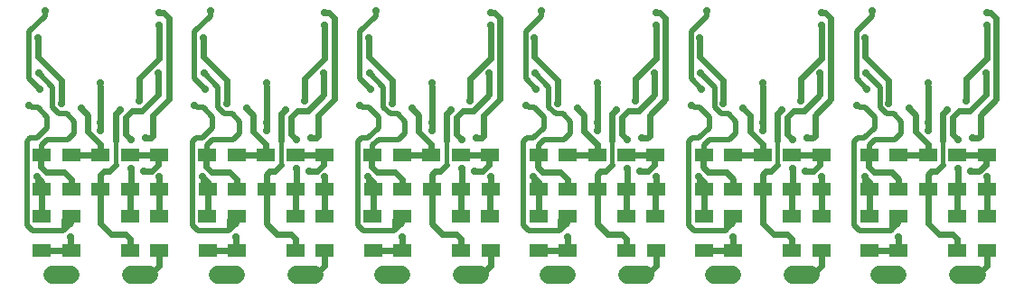
<source format=gbr>
%FSLAX34Y34*%
%MOMM*%
%LNCOPPER_BOTTOM*%
G71*
G01*
%ADD10C, 0.700*%
%ADD11C, 0.600*%
%ADD12C, 1.700*%
%ADD13R, 1.800X1.300*%
%ADD14C, 0.500*%
%ADD15C, 0.400*%
%LPD*%
X84000Y-116000D02*
G54D10*
D03*
X139000Y-50000D02*
G54D10*
D03*
X139000Y-62000D02*
G54D10*
D03*
X138000Y-107000D02*
G54D10*
D03*
X102000Y-141000D02*
G54D10*
D03*
X66000Y-140000D02*
G54D10*
D03*
X26000Y-107000D02*
G54D10*
D03*
X25000Y-74000D02*
G54D10*
D03*
X32000Y-48000D02*
G54D10*
D03*
G54D11*
X84000Y-119000D02*
X84000Y-153000D01*
G54D12*
X112500Y-296500D02*
X129500Y-296500D01*
G54D12*
X38500Y-296500D02*
X55500Y-296500D01*
X28900Y-183600D02*
G54D13*
D03*
X29000Y-216100D02*
G54D13*
D03*
X56400Y-183600D02*
G54D13*
D03*
X56500Y-216100D02*
G54D13*
D03*
X83900Y-183600D02*
G54D13*
D03*
X84000Y-216100D02*
G54D13*
D03*
X111400Y-183600D02*
G54D13*
D03*
X111500Y-216100D02*
G54D13*
D03*
X138900Y-183600D02*
G54D13*
D03*
X139000Y-216100D02*
G54D13*
D03*
X28900Y-241100D02*
G54D13*
D03*
X29000Y-273600D02*
G54D13*
D03*
X56400Y-241100D02*
G54D13*
D03*
X56500Y-273600D02*
G54D13*
D03*
X111400Y-241100D02*
G54D13*
D03*
X111500Y-273600D02*
G54D13*
D03*
X138900Y-241100D02*
G54D13*
D03*
X139000Y-273600D02*
G54D13*
D03*
G54D11*
X139000Y-288000D02*
X139000Y-273600D01*
G54D11*
X138900Y-241100D02*
X138900Y-216200D01*
X139000Y-216100D01*
G54D11*
X138900Y-183600D02*
X111400Y-183600D01*
G54D11*
X111500Y-216100D02*
X111500Y-241000D01*
X111400Y-241100D01*
G54D11*
X111500Y-273600D02*
X111500Y-262500D01*
X107000Y-258000D01*
X94000Y-258000D01*
X84000Y-248000D01*
X84000Y-216100D01*
G54D11*
X83900Y-183600D02*
X56400Y-183600D01*
G54D11*
X56500Y-216100D02*
X56500Y-206500D01*
X50000Y-200000D01*
X33000Y-200000D01*
X28000Y-195000D01*
X28000Y-184500D01*
X28900Y-183600D01*
G54D11*
X29000Y-216100D02*
X29000Y-241000D01*
X28900Y-241100D01*
G54D11*
X29000Y-273600D02*
X56500Y-273600D01*
G54D11*
X139000Y-50000D02*
X143000Y-50000D01*
X148000Y-55000D01*
X148000Y-131000D01*
X133000Y-146000D01*
X133000Y-166000D01*
X131000Y-168000D01*
X126000Y-168000D01*
X126000Y-168000D02*
G54D10*
D03*
X139000Y-204000D02*
G54D10*
D03*
G54D11*
X139000Y-204000D02*
X139000Y-216100D01*
G54D11*
X102000Y-141000D02*
X98000Y-145000D01*
X98000Y-170000D01*
X112000Y-196000D02*
G54D10*
D03*
G54D11*
X112000Y-216000D02*
X112000Y-196000D01*
X112000Y-169000D02*
G54D10*
D03*
X120000Y-133000D02*
G54D10*
D03*
X124000Y-199000D02*
G54D10*
D03*
G54D11*
X124000Y-199000D02*
X132000Y-199000D01*
X138000Y-193000D01*
X138000Y-184500D01*
X138900Y-183600D01*
G54D14*
X56400Y-241100D02*
X56400Y-247600D01*
X49000Y-255000D01*
X20000Y-255000D01*
X15000Y-250000D01*
X15000Y-171000D01*
X18000Y-168000D01*
G54D14*
X18000Y-168000D02*
X24000Y-168000D01*
X34000Y-158000D01*
X34000Y-148000D01*
X25000Y-139000D01*
X20000Y-139000D01*
X17000Y-137000D01*
G54D14*
X28900Y-183600D02*
X28900Y-174100D01*
X34000Y-169000D01*
X53000Y-169000D01*
X59000Y-163000D01*
X59000Y-152000D01*
X52000Y-145000D01*
X45000Y-145000D01*
X39000Y-139000D01*
X39000Y-120000D01*
X26000Y-107000D01*
X24500Y-204000D02*
G54D10*
D03*
G54D11*
X24000Y-204000D02*
X29000Y-209000D01*
X29000Y-216100D01*
X47000Y-135000D02*
G54D10*
D03*
X17000Y-137000D02*
G54D10*
D03*
G54D11*
X47000Y-135000D02*
X47000Y-113000D01*
X25000Y-91000D01*
X25000Y-74000D01*
G54D14*
X32000Y-48000D02*
X32000Y-53000D01*
X17000Y-68000D01*
X17000Y-112000D01*
X27000Y-122000D01*
X56000Y-261000D02*
G54D10*
D03*
G54D11*
X56000Y-261000D02*
X56000Y-273100D01*
X56500Y-273600D01*
X27000Y-122000D02*
G54D10*
D03*
X84000Y-153000D02*
G54D10*
D03*
X84000Y-161000D02*
G54D10*
D03*
G54D11*
X84000Y-153000D02*
X84000Y-161000D01*
G54D11*
X83900Y-183600D02*
X83900Y-173900D01*
X72000Y-162000D01*
X72000Y-146000D01*
X66000Y-140000D01*
G54D11*
X138000Y-107000D02*
X138000Y-127000D01*
X123000Y-142000D01*
X113000Y-142000D01*
X107000Y-148000D01*
X107000Y-164000D01*
X112000Y-169000D01*
G54D11*
X84000Y-216100D02*
X84000Y-202000D01*
X87000Y-199000D01*
X92000Y-199000D01*
X98000Y-193000D01*
G54D15*
X98000Y-193000D02*
X98000Y-170000D01*
G54D15*
X24000Y-204000D02*
X24000Y-210000D01*
X26000Y-212000D01*
G54D14*
X50000Y-245000D02*
X50000Y-254000D01*
X49000Y-255000D01*
G54D14*
X53000Y-244000D02*
X53000Y-248000D01*
G54D11*
X121000Y-296500D02*
X130500Y-296500D01*
X139000Y-288000D01*
G54D11*
X139000Y-62000D02*
X139000Y-93000D01*
X120000Y-112000D01*
X120000Y-133000D01*
X239000Y-116000D02*
G54D10*
D03*
X294000Y-50000D02*
G54D10*
D03*
X294000Y-62000D02*
G54D10*
D03*
X293000Y-107000D02*
G54D10*
D03*
X257000Y-141000D02*
G54D10*
D03*
X221000Y-140000D02*
G54D10*
D03*
X181000Y-107000D02*
G54D10*
D03*
X180000Y-74000D02*
G54D10*
D03*
X187000Y-48000D02*
G54D10*
D03*
G54D11*
X239000Y-119000D02*
X239000Y-153000D01*
G54D12*
X267500Y-296500D02*
X284500Y-296500D01*
G54D12*
X193500Y-296500D02*
X210500Y-296500D01*
X183900Y-183600D02*
G54D13*
D03*
X184000Y-216100D02*
G54D13*
D03*
X211400Y-183600D02*
G54D13*
D03*
X211500Y-216100D02*
G54D13*
D03*
X238900Y-183600D02*
G54D13*
D03*
X239000Y-216100D02*
G54D13*
D03*
X266400Y-183600D02*
G54D13*
D03*
X266500Y-216100D02*
G54D13*
D03*
X293900Y-183600D02*
G54D13*
D03*
X294000Y-216100D02*
G54D13*
D03*
X183900Y-241100D02*
G54D13*
D03*
X184000Y-273600D02*
G54D13*
D03*
X211400Y-241100D02*
G54D13*
D03*
X211500Y-273600D02*
G54D13*
D03*
X266400Y-241100D02*
G54D13*
D03*
X266500Y-273600D02*
G54D13*
D03*
X293900Y-241100D02*
G54D13*
D03*
X294000Y-273600D02*
G54D13*
D03*
G54D11*
X294000Y-288000D02*
X294000Y-273600D01*
G54D11*
X293900Y-241100D02*
X293900Y-216200D01*
X294000Y-216100D01*
G54D11*
X293900Y-183600D02*
X266400Y-183600D01*
G54D11*
X266500Y-216100D02*
X266500Y-241000D01*
X266400Y-241100D01*
G54D11*
X266500Y-273600D02*
X266500Y-262500D01*
X262000Y-258000D01*
X249000Y-258000D01*
X239000Y-248000D01*
X239000Y-216100D01*
G54D11*
X238900Y-183600D02*
X211400Y-183600D01*
G54D11*
X211500Y-216100D02*
X211500Y-206500D01*
X205000Y-200000D01*
X188000Y-200000D01*
X183000Y-195000D01*
X183000Y-184500D01*
X183900Y-183600D01*
G54D11*
X184000Y-216100D02*
X184000Y-241000D01*
X183900Y-241100D01*
G54D11*
X184000Y-273600D02*
X211500Y-273600D01*
G54D11*
X294000Y-50000D02*
X298000Y-50000D01*
X303000Y-55000D01*
X303000Y-131000D01*
X288000Y-146000D01*
X288000Y-166000D01*
X286000Y-168000D01*
X281000Y-168000D01*
X281000Y-168000D02*
G54D10*
D03*
X294000Y-204000D02*
G54D10*
D03*
G54D11*
X294000Y-204000D02*
X294000Y-216100D01*
G54D11*
X257000Y-141000D02*
X253000Y-145000D01*
X253000Y-170000D01*
X267000Y-196000D02*
G54D10*
D03*
G54D11*
X267000Y-216000D02*
X267000Y-196000D01*
X267000Y-169000D02*
G54D10*
D03*
X275000Y-133000D02*
G54D10*
D03*
X279000Y-199000D02*
G54D10*
D03*
G54D11*
X279000Y-199000D02*
X287000Y-199000D01*
X293000Y-193000D01*
X293000Y-184500D01*
X293900Y-183600D01*
G54D14*
X211400Y-241100D02*
X211400Y-247600D01*
X204000Y-255000D01*
X175000Y-255000D01*
X170000Y-250000D01*
X170000Y-171000D01*
X173000Y-168000D01*
G54D14*
X173000Y-168000D02*
X179000Y-168000D01*
X189000Y-158000D01*
X189000Y-148000D01*
X180000Y-139000D01*
X175000Y-139000D01*
X172000Y-137000D01*
G54D14*
X183900Y-183600D02*
X183900Y-174100D01*
X189000Y-169000D01*
X208000Y-169000D01*
X214000Y-163000D01*
X214000Y-152000D01*
X207000Y-145000D01*
X200000Y-145000D01*
X194000Y-139000D01*
X194000Y-120000D01*
X181000Y-107000D01*
X179500Y-204000D02*
G54D10*
D03*
G54D11*
X179000Y-204000D02*
X184000Y-209000D01*
X184000Y-216100D01*
X202000Y-135000D02*
G54D10*
D03*
X172000Y-137000D02*
G54D10*
D03*
G54D11*
X202000Y-135000D02*
X202000Y-113000D01*
X180000Y-91000D01*
X180000Y-74000D01*
G54D14*
X187000Y-48000D02*
X187000Y-53000D01*
X172000Y-68000D01*
X172000Y-112000D01*
X182000Y-122000D01*
X211000Y-261000D02*
G54D10*
D03*
G54D11*
X211000Y-261000D02*
X211000Y-273100D01*
X211500Y-273600D01*
X182000Y-122000D02*
G54D10*
D03*
X239000Y-153000D02*
G54D10*
D03*
X239000Y-161000D02*
G54D10*
D03*
G54D11*
X239000Y-153000D02*
X239000Y-161000D01*
G54D11*
X238900Y-183600D02*
X238900Y-173900D01*
X227000Y-162000D01*
X227000Y-146000D01*
X221000Y-140000D01*
G54D11*
X293000Y-107000D02*
X293000Y-127000D01*
X278000Y-142000D01*
X268000Y-142000D01*
X262000Y-148000D01*
X262000Y-164000D01*
X267000Y-169000D01*
G54D11*
X239000Y-216100D02*
X239000Y-202000D01*
X242000Y-199000D01*
X247000Y-199000D01*
X253000Y-193000D01*
G54D15*
X253000Y-193000D02*
X253000Y-170000D01*
G54D15*
X179000Y-204000D02*
X179000Y-210000D01*
X181000Y-212000D01*
G54D14*
X205000Y-245000D02*
X205000Y-254000D01*
X204000Y-255000D01*
G54D14*
X208000Y-244000D02*
X208000Y-248000D01*
G54D11*
X276000Y-296500D02*
X285500Y-296500D01*
X294000Y-288000D01*
G54D11*
X294000Y-62000D02*
X294000Y-93000D01*
X275000Y-112000D01*
X275000Y-133000D01*
X394000Y-116000D02*
G54D10*
D03*
X449000Y-50000D02*
G54D10*
D03*
X449000Y-62000D02*
G54D10*
D03*
X448000Y-107000D02*
G54D10*
D03*
X412000Y-141000D02*
G54D10*
D03*
X376000Y-140000D02*
G54D10*
D03*
X336000Y-107000D02*
G54D10*
D03*
X335000Y-74000D02*
G54D10*
D03*
X342000Y-48000D02*
G54D10*
D03*
G54D11*
X394000Y-119000D02*
X394000Y-153000D01*
G54D12*
X422500Y-296500D02*
X439500Y-296500D01*
G54D12*
X348500Y-296500D02*
X365500Y-296500D01*
X338900Y-183600D02*
G54D13*
D03*
X339000Y-216100D02*
G54D13*
D03*
X366400Y-183600D02*
G54D13*
D03*
X366500Y-216100D02*
G54D13*
D03*
X393900Y-183600D02*
G54D13*
D03*
X394000Y-216100D02*
G54D13*
D03*
X421400Y-183600D02*
G54D13*
D03*
X421500Y-216100D02*
G54D13*
D03*
X448900Y-183600D02*
G54D13*
D03*
X449000Y-216100D02*
G54D13*
D03*
X338900Y-241100D02*
G54D13*
D03*
X339000Y-273600D02*
G54D13*
D03*
X366400Y-241100D02*
G54D13*
D03*
X366500Y-273600D02*
G54D13*
D03*
X421400Y-241100D02*
G54D13*
D03*
X421500Y-273600D02*
G54D13*
D03*
X448900Y-241100D02*
G54D13*
D03*
X449000Y-273600D02*
G54D13*
D03*
G54D11*
X449000Y-288000D02*
X449000Y-273600D01*
G54D11*
X448900Y-241100D02*
X448900Y-216200D01*
X449000Y-216100D01*
G54D11*
X448900Y-183600D02*
X421400Y-183600D01*
G54D11*
X421500Y-216100D02*
X421500Y-241000D01*
X421400Y-241100D01*
G54D11*
X421500Y-273600D02*
X421500Y-262500D01*
X417000Y-258000D01*
X404000Y-258000D01*
X394000Y-248000D01*
X394000Y-216100D01*
G54D11*
X393900Y-183600D02*
X366400Y-183600D01*
G54D11*
X366500Y-216100D02*
X366500Y-206500D01*
X360000Y-200000D01*
X343000Y-200000D01*
X338000Y-195000D01*
X338000Y-184500D01*
X338900Y-183600D01*
G54D11*
X339000Y-216100D02*
X339000Y-241000D01*
X338900Y-241100D01*
G54D11*
X339000Y-273600D02*
X366500Y-273600D01*
G54D11*
X449000Y-50000D02*
X453000Y-50000D01*
X458000Y-55000D01*
X458000Y-131000D01*
X443000Y-146000D01*
X443000Y-166000D01*
X441000Y-168000D01*
X436000Y-168000D01*
X436000Y-168000D02*
G54D10*
D03*
X449000Y-204000D02*
G54D10*
D03*
G54D11*
X449000Y-204000D02*
X449000Y-216100D01*
G54D11*
X412000Y-141000D02*
X408000Y-145000D01*
X408000Y-170000D01*
X422000Y-196000D02*
G54D10*
D03*
G54D11*
X422000Y-216000D02*
X422000Y-196000D01*
X422000Y-169000D02*
G54D10*
D03*
X430000Y-133000D02*
G54D10*
D03*
X434000Y-199000D02*
G54D10*
D03*
G54D11*
X434000Y-199000D02*
X442000Y-199000D01*
X448000Y-193000D01*
X448000Y-184500D01*
X448900Y-183600D01*
G54D14*
X366400Y-241100D02*
X366400Y-247600D01*
X359000Y-255000D01*
X330000Y-255000D01*
X325000Y-250000D01*
X325000Y-171000D01*
X328000Y-168000D01*
G54D14*
X328000Y-168000D02*
X334000Y-168000D01*
X344000Y-158000D01*
X344000Y-148000D01*
X335000Y-139000D01*
X330000Y-139000D01*
X327000Y-137000D01*
G54D14*
X338900Y-183600D02*
X338900Y-174100D01*
X344000Y-169000D01*
X363000Y-169000D01*
X369000Y-163000D01*
X369000Y-152000D01*
X362000Y-145000D01*
X355000Y-145000D01*
X349000Y-139000D01*
X349000Y-120000D01*
X336000Y-107000D01*
X334500Y-204000D02*
G54D10*
D03*
G54D11*
X334000Y-204000D02*
X339000Y-209000D01*
X339000Y-216100D01*
X357000Y-135000D02*
G54D10*
D03*
X327000Y-137000D02*
G54D10*
D03*
G54D11*
X357000Y-135000D02*
X357000Y-113000D01*
X335000Y-91000D01*
X335000Y-74000D01*
G54D14*
X342000Y-48000D02*
X342000Y-53000D01*
X327000Y-68000D01*
X327000Y-112000D01*
X337000Y-122000D01*
X366000Y-261000D02*
G54D10*
D03*
G54D11*
X366000Y-261000D02*
X366000Y-273100D01*
X366500Y-273600D01*
X337000Y-122000D02*
G54D10*
D03*
X394000Y-153000D02*
G54D10*
D03*
X394000Y-161000D02*
G54D10*
D03*
G54D11*
X394000Y-153000D02*
X394000Y-161000D01*
G54D11*
X393900Y-183600D02*
X393900Y-173900D01*
X382000Y-162000D01*
X382000Y-146000D01*
X376000Y-140000D01*
G54D11*
X448000Y-107000D02*
X448000Y-127000D01*
X433000Y-142000D01*
X423000Y-142000D01*
X417000Y-148000D01*
X417000Y-164000D01*
X422000Y-169000D01*
G54D11*
X394000Y-216100D02*
X394000Y-202000D01*
X397000Y-199000D01*
X402000Y-199000D01*
X408000Y-193000D01*
G54D15*
X408000Y-193000D02*
X408000Y-170000D01*
G54D15*
X334000Y-204000D02*
X334000Y-210000D01*
X336000Y-212000D01*
G54D14*
X360000Y-245000D02*
X360000Y-254000D01*
X359000Y-255000D01*
G54D14*
X363000Y-244000D02*
X363000Y-248000D01*
G54D11*
X431000Y-296500D02*
X440500Y-296500D01*
X449000Y-288000D01*
G54D11*
X449000Y-62000D02*
X449000Y-93000D01*
X430000Y-112000D01*
X430000Y-133000D01*
X549000Y-116000D02*
G54D10*
D03*
X604000Y-50000D02*
G54D10*
D03*
X604000Y-62000D02*
G54D10*
D03*
X603000Y-107000D02*
G54D10*
D03*
X567000Y-141000D02*
G54D10*
D03*
X531000Y-140000D02*
G54D10*
D03*
X491000Y-107000D02*
G54D10*
D03*
X490000Y-74000D02*
G54D10*
D03*
X497000Y-48000D02*
G54D10*
D03*
G54D11*
X549000Y-119000D02*
X549000Y-153000D01*
G54D12*
X577500Y-296500D02*
X594500Y-296500D01*
G54D12*
X503500Y-296500D02*
X520500Y-296500D01*
X493900Y-183600D02*
G54D13*
D03*
X494000Y-216100D02*
G54D13*
D03*
X521400Y-183600D02*
G54D13*
D03*
X521500Y-216100D02*
G54D13*
D03*
X548900Y-183600D02*
G54D13*
D03*
X549000Y-216100D02*
G54D13*
D03*
X576400Y-183600D02*
G54D13*
D03*
X576500Y-216100D02*
G54D13*
D03*
X603900Y-183600D02*
G54D13*
D03*
X604000Y-216100D02*
G54D13*
D03*
X493900Y-241100D02*
G54D13*
D03*
X494000Y-273600D02*
G54D13*
D03*
X521400Y-241100D02*
G54D13*
D03*
X521500Y-273600D02*
G54D13*
D03*
X576400Y-241100D02*
G54D13*
D03*
X576500Y-273600D02*
G54D13*
D03*
X603900Y-241100D02*
G54D13*
D03*
X604000Y-273600D02*
G54D13*
D03*
G54D11*
X604000Y-288000D02*
X604000Y-273600D01*
G54D11*
X603900Y-241100D02*
X603900Y-216200D01*
X604000Y-216100D01*
G54D11*
X603900Y-183600D02*
X576400Y-183600D01*
G54D11*
X576500Y-216100D02*
X576500Y-241000D01*
X576400Y-241100D01*
G54D11*
X576500Y-273600D02*
X576500Y-262500D01*
X572000Y-258000D01*
X559000Y-258000D01*
X549000Y-248000D01*
X549000Y-216100D01*
G54D11*
X548900Y-183600D02*
X521400Y-183600D01*
G54D11*
X521500Y-216100D02*
X521500Y-206500D01*
X515000Y-200000D01*
X498000Y-200000D01*
X493000Y-195000D01*
X493000Y-184500D01*
X493900Y-183600D01*
G54D11*
X494000Y-216100D02*
X494000Y-241000D01*
X493900Y-241100D01*
G54D11*
X494000Y-273600D02*
X521500Y-273600D01*
G54D11*
X604000Y-50000D02*
X608000Y-50000D01*
X613000Y-55000D01*
X613000Y-131000D01*
X598000Y-146000D01*
X598000Y-166000D01*
X596000Y-168000D01*
X591000Y-168000D01*
X591000Y-168000D02*
G54D10*
D03*
X604000Y-204000D02*
G54D10*
D03*
G54D11*
X604000Y-204000D02*
X604000Y-216100D01*
G54D11*
X567000Y-141000D02*
X563000Y-145000D01*
X563000Y-170000D01*
X577000Y-196000D02*
G54D10*
D03*
G54D11*
X577000Y-216000D02*
X577000Y-196000D01*
X577000Y-169000D02*
G54D10*
D03*
X585000Y-133000D02*
G54D10*
D03*
X589000Y-199000D02*
G54D10*
D03*
G54D11*
X589000Y-199000D02*
X597000Y-199000D01*
X603000Y-193000D01*
X603000Y-184500D01*
X603900Y-183600D01*
G54D14*
X521400Y-241100D02*
X521400Y-247600D01*
X514000Y-255000D01*
X485000Y-255000D01*
X480000Y-250000D01*
X480000Y-171000D01*
X483000Y-168000D01*
G54D14*
X483000Y-168000D02*
X489000Y-168000D01*
X499000Y-158000D01*
X499000Y-148000D01*
X490000Y-139000D01*
X485000Y-139000D01*
X482000Y-137000D01*
G54D14*
X493900Y-183600D02*
X493900Y-174100D01*
X499000Y-169000D01*
X518000Y-169000D01*
X524000Y-163000D01*
X524000Y-152000D01*
X517000Y-145000D01*
X510000Y-145000D01*
X504000Y-139000D01*
X504000Y-120000D01*
X491000Y-107000D01*
X489500Y-204000D02*
G54D10*
D03*
G54D11*
X489000Y-204000D02*
X494000Y-209000D01*
X494000Y-216100D01*
X512000Y-135000D02*
G54D10*
D03*
X482000Y-137000D02*
G54D10*
D03*
G54D11*
X512000Y-135000D02*
X512000Y-113000D01*
X490000Y-91000D01*
X490000Y-74000D01*
G54D14*
X497000Y-48000D02*
X497000Y-53000D01*
X482000Y-68000D01*
X482000Y-112000D01*
X492000Y-122000D01*
X521000Y-261000D02*
G54D10*
D03*
G54D11*
X521000Y-261000D02*
X521000Y-273100D01*
X521500Y-273600D01*
X492000Y-122000D02*
G54D10*
D03*
X549000Y-153000D02*
G54D10*
D03*
X549000Y-161000D02*
G54D10*
D03*
G54D11*
X549000Y-153000D02*
X549000Y-161000D01*
G54D11*
X548900Y-183600D02*
X548900Y-173900D01*
X537000Y-162000D01*
X537000Y-146000D01*
X531000Y-140000D01*
G54D11*
X603000Y-107000D02*
X603000Y-127000D01*
X588000Y-142000D01*
X578000Y-142000D01*
X572000Y-148000D01*
X572000Y-164000D01*
X577000Y-169000D01*
G54D11*
X549000Y-216100D02*
X549000Y-202000D01*
X552000Y-199000D01*
X557000Y-199000D01*
X563000Y-193000D01*
G54D15*
X563000Y-193000D02*
X563000Y-170000D01*
G54D15*
X489000Y-204000D02*
X489000Y-210000D01*
X491000Y-212000D01*
G54D14*
X515000Y-245000D02*
X515000Y-254000D01*
X514000Y-255000D01*
G54D14*
X518000Y-244000D02*
X518000Y-248000D01*
G54D11*
X586000Y-296500D02*
X595500Y-296500D01*
X604000Y-288000D01*
G54D11*
X604000Y-62000D02*
X604000Y-93000D01*
X585000Y-112000D01*
X585000Y-133000D01*
X704000Y-116000D02*
G54D10*
D03*
X759000Y-50000D02*
G54D10*
D03*
X759000Y-62000D02*
G54D10*
D03*
X758000Y-107000D02*
G54D10*
D03*
X722000Y-141000D02*
G54D10*
D03*
X686000Y-140000D02*
G54D10*
D03*
X646000Y-107000D02*
G54D10*
D03*
X645000Y-74000D02*
G54D10*
D03*
X652000Y-48000D02*
G54D10*
D03*
G54D11*
X704000Y-119000D02*
X704000Y-153000D01*
G54D12*
X732500Y-296500D02*
X749500Y-296500D01*
G54D12*
X658500Y-296500D02*
X675500Y-296500D01*
X648900Y-183600D02*
G54D13*
D03*
X649000Y-216100D02*
G54D13*
D03*
X676400Y-183600D02*
G54D13*
D03*
X676500Y-216100D02*
G54D13*
D03*
X703900Y-183600D02*
G54D13*
D03*
X704000Y-216100D02*
G54D13*
D03*
X731400Y-183600D02*
G54D13*
D03*
X731500Y-216100D02*
G54D13*
D03*
X758900Y-183600D02*
G54D13*
D03*
X759000Y-216100D02*
G54D13*
D03*
X648900Y-241100D02*
G54D13*
D03*
X649000Y-273600D02*
G54D13*
D03*
X676400Y-241100D02*
G54D13*
D03*
X676500Y-273600D02*
G54D13*
D03*
X731400Y-241100D02*
G54D13*
D03*
X731500Y-273600D02*
G54D13*
D03*
X758900Y-241100D02*
G54D13*
D03*
X759000Y-273600D02*
G54D13*
D03*
G54D11*
X759000Y-288000D02*
X759000Y-273600D01*
G54D11*
X758900Y-241100D02*
X758900Y-216200D01*
X759000Y-216100D01*
G54D11*
X758900Y-183600D02*
X731400Y-183600D01*
G54D11*
X731500Y-216100D02*
X731500Y-241000D01*
X731400Y-241100D01*
G54D11*
X731500Y-273600D02*
X731500Y-262500D01*
X727000Y-258000D01*
X714000Y-258000D01*
X704000Y-248000D01*
X704000Y-216100D01*
G54D11*
X703900Y-183600D02*
X676400Y-183600D01*
G54D11*
X676500Y-216100D02*
X676500Y-206500D01*
X670000Y-200000D01*
X653000Y-200000D01*
X648000Y-195000D01*
X648000Y-184500D01*
X648900Y-183600D01*
G54D11*
X649000Y-216100D02*
X649000Y-241000D01*
X648900Y-241100D01*
G54D11*
X649000Y-273600D02*
X676500Y-273600D01*
G54D11*
X759000Y-50000D02*
X763000Y-50000D01*
X768000Y-55000D01*
X768000Y-131000D01*
X753000Y-146000D01*
X753000Y-166000D01*
X751000Y-168000D01*
X746000Y-168000D01*
X746000Y-168000D02*
G54D10*
D03*
X759000Y-204000D02*
G54D10*
D03*
G54D11*
X759000Y-204000D02*
X759000Y-216100D01*
G54D11*
X722000Y-141000D02*
X718000Y-145000D01*
X718000Y-170000D01*
X732000Y-196000D02*
G54D10*
D03*
G54D11*
X732000Y-216000D02*
X732000Y-196000D01*
X732000Y-169000D02*
G54D10*
D03*
X740000Y-133000D02*
G54D10*
D03*
X744000Y-199000D02*
G54D10*
D03*
G54D11*
X744000Y-199000D02*
X752000Y-199000D01*
X758000Y-193000D01*
X758000Y-184500D01*
X758900Y-183600D01*
G54D14*
X676400Y-241100D02*
X676400Y-247600D01*
X669000Y-255000D01*
X640000Y-255000D01*
X635000Y-250000D01*
X635000Y-171000D01*
X638000Y-168000D01*
G54D14*
X638000Y-168000D02*
X644000Y-168000D01*
X654000Y-158000D01*
X654000Y-148000D01*
X645000Y-139000D01*
X640000Y-139000D01*
X637000Y-137000D01*
G54D14*
X648900Y-183600D02*
X648900Y-174100D01*
X654000Y-169000D01*
X673000Y-169000D01*
X679000Y-163000D01*
X679000Y-152000D01*
X672000Y-145000D01*
X665000Y-145000D01*
X659000Y-139000D01*
X659000Y-120000D01*
X646000Y-107000D01*
X644500Y-204000D02*
G54D10*
D03*
G54D11*
X644000Y-204000D02*
X649000Y-209000D01*
X649000Y-216100D01*
X667000Y-135000D02*
G54D10*
D03*
X637000Y-137000D02*
G54D10*
D03*
G54D11*
X667000Y-135000D02*
X667000Y-113000D01*
X645000Y-91000D01*
X645000Y-74000D01*
G54D14*
X652000Y-48000D02*
X652000Y-53000D01*
X637000Y-68000D01*
X637000Y-112000D01*
X647000Y-122000D01*
X676000Y-261000D02*
G54D10*
D03*
G54D11*
X676000Y-261000D02*
X676000Y-273100D01*
X676500Y-273600D01*
X647000Y-122000D02*
G54D10*
D03*
X704000Y-153000D02*
G54D10*
D03*
X704000Y-161000D02*
G54D10*
D03*
G54D11*
X704000Y-153000D02*
X704000Y-161000D01*
G54D11*
X703900Y-183600D02*
X703900Y-173900D01*
X692000Y-162000D01*
X692000Y-146000D01*
X686000Y-140000D01*
G54D11*
X758000Y-107000D02*
X758000Y-127000D01*
X743000Y-142000D01*
X733000Y-142000D01*
X727000Y-148000D01*
X727000Y-164000D01*
X732000Y-169000D01*
G54D11*
X704000Y-216100D02*
X704000Y-202000D01*
X707000Y-199000D01*
X712000Y-199000D01*
X718000Y-193000D01*
G54D15*
X718000Y-193000D02*
X718000Y-170000D01*
G54D15*
X644000Y-204000D02*
X644000Y-210000D01*
X646000Y-212000D01*
G54D14*
X670000Y-245000D02*
X670000Y-254000D01*
X669000Y-255000D01*
G54D14*
X673000Y-244000D02*
X673000Y-248000D01*
G54D11*
X741000Y-296500D02*
X750500Y-296500D01*
X759000Y-288000D01*
G54D11*
X759000Y-62000D02*
X759000Y-93000D01*
X740000Y-112000D01*
X740000Y-133000D01*
X859000Y-116000D02*
G54D10*
D03*
X914000Y-50000D02*
G54D10*
D03*
X914000Y-62000D02*
G54D10*
D03*
X913000Y-107000D02*
G54D10*
D03*
X877000Y-141000D02*
G54D10*
D03*
X841000Y-140000D02*
G54D10*
D03*
X801000Y-107000D02*
G54D10*
D03*
X800000Y-74000D02*
G54D10*
D03*
X807000Y-48000D02*
G54D10*
D03*
G54D11*
X859000Y-119000D02*
X859000Y-153000D01*
G54D12*
X887500Y-296500D02*
X904500Y-296500D01*
G54D12*
X813500Y-296500D02*
X830500Y-296500D01*
X803900Y-183600D02*
G54D13*
D03*
X804000Y-216100D02*
G54D13*
D03*
X831400Y-183600D02*
G54D13*
D03*
X831500Y-216100D02*
G54D13*
D03*
X858900Y-183600D02*
G54D13*
D03*
X859000Y-216100D02*
G54D13*
D03*
X886400Y-183600D02*
G54D13*
D03*
X886500Y-216100D02*
G54D13*
D03*
X913900Y-183600D02*
G54D13*
D03*
X914000Y-216100D02*
G54D13*
D03*
X803900Y-241100D02*
G54D13*
D03*
X804000Y-273600D02*
G54D13*
D03*
X831400Y-241100D02*
G54D13*
D03*
X831500Y-273600D02*
G54D13*
D03*
X886400Y-241100D02*
G54D13*
D03*
X886500Y-273600D02*
G54D13*
D03*
X913900Y-241100D02*
G54D13*
D03*
X914000Y-273600D02*
G54D13*
D03*
G54D11*
X914000Y-288000D02*
X914000Y-273600D01*
G54D11*
X913900Y-241100D02*
X913900Y-216200D01*
X914000Y-216100D01*
G54D11*
X913900Y-183600D02*
X886400Y-183600D01*
G54D11*
X886500Y-216100D02*
X886500Y-241000D01*
X886400Y-241100D01*
G54D11*
X886500Y-273600D02*
X886500Y-262500D01*
X882000Y-258000D01*
X869000Y-258000D01*
X859000Y-248000D01*
X859000Y-216100D01*
G54D11*
X858900Y-183600D02*
X831400Y-183600D01*
G54D11*
X831500Y-216100D02*
X831500Y-206500D01*
X825000Y-200000D01*
X808000Y-200000D01*
X803000Y-195000D01*
X803000Y-184500D01*
X803900Y-183600D01*
G54D11*
X804000Y-216100D02*
X804000Y-241000D01*
X803900Y-241100D01*
G54D11*
X804000Y-273600D02*
X831500Y-273600D01*
G54D11*
X914000Y-50000D02*
X918000Y-50000D01*
X923000Y-55000D01*
X923000Y-131000D01*
X908000Y-146000D01*
X908000Y-166000D01*
X906000Y-168000D01*
X901000Y-168000D01*
X901000Y-168000D02*
G54D10*
D03*
X914000Y-204000D02*
G54D10*
D03*
G54D11*
X914000Y-204000D02*
X914000Y-216100D01*
G54D11*
X877000Y-141000D02*
X873000Y-145000D01*
X873000Y-170000D01*
X887000Y-196000D02*
G54D10*
D03*
G54D11*
X887000Y-216000D02*
X887000Y-196000D01*
X887000Y-169000D02*
G54D10*
D03*
X895000Y-133000D02*
G54D10*
D03*
X899000Y-199000D02*
G54D10*
D03*
G54D11*
X899000Y-199000D02*
X907000Y-199000D01*
X913000Y-193000D01*
X913000Y-184500D01*
X913900Y-183600D01*
G54D14*
X831400Y-241100D02*
X831400Y-247600D01*
X824000Y-255000D01*
X795000Y-255000D01*
X790000Y-250000D01*
X790000Y-171000D01*
X793000Y-168000D01*
G54D14*
X793000Y-168000D02*
X799000Y-168000D01*
X809000Y-158000D01*
X809000Y-148000D01*
X800000Y-139000D01*
X795000Y-139000D01*
X792000Y-137000D01*
G54D14*
X803900Y-183600D02*
X803900Y-174100D01*
X809000Y-169000D01*
X828000Y-169000D01*
X834000Y-163000D01*
X834000Y-152000D01*
X827000Y-145000D01*
X820000Y-145000D01*
X814000Y-139000D01*
X814000Y-120000D01*
X801000Y-107000D01*
X799500Y-204000D02*
G54D10*
D03*
G54D11*
X799000Y-204000D02*
X804000Y-209000D01*
X804000Y-216100D01*
X822000Y-135000D02*
G54D10*
D03*
X792000Y-137000D02*
G54D10*
D03*
G54D11*
X822000Y-135000D02*
X822000Y-113000D01*
X800000Y-91000D01*
X800000Y-74000D01*
G54D14*
X807000Y-48000D02*
X807000Y-53000D01*
X792000Y-68000D01*
X792000Y-112000D01*
X802000Y-122000D01*
X831000Y-261000D02*
G54D10*
D03*
G54D11*
X831000Y-261000D02*
X831000Y-273100D01*
X831500Y-273600D01*
X802000Y-122000D02*
G54D10*
D03*
X859000Y-153000D02*
G54D10*
D03*
X859000Y-161000D02*
G54D10*
D03*
G54D11*
X859000Y-153000D02*
X859000Y-161000D01*
G54D11*
X858900Y-183600D02*
X858900Y-173900D01*
X847000Y-162000D01*
X847000Y-146000D01*
X841000Y-140000D01*
G54D11*
X913000Y-107000D02*
X913000Y-127000D01*
X898000Y-142000D01*
X888000Y-142000D01*
X882000Y-148000D01*
X882000Y-164000D01*
X887000Y-169000D01*
G54D11*
X859000Y-216100D02*
X859000Y-202000D01*
X862000Y-199000D01*
X867000Y-199000D01*
X873000Y-193000D01*
G54D15*
X873000Y-193000D02*
X873000Y-170000D01*
G54D15*
X799000Y-204000D02*
X799000Y-210000D01*
X801000Y-212000D01*
G54D14*
X825000Y-245000D02*
X825000Y-254000D01*
X824000Y-255000D01*
G54D14*
X828000Y-244000D02*
X828000Y-248000D01*
G54D11*
X896000Y-296500D02*
X905500Y-296500D01*
X914000Y-288000D01*
G54D11*
X914000Y-62000D02*
X914000Y-93000D01*
X895000Y-112000D01*
X895000Y-133000D01*
M02*

</source>
